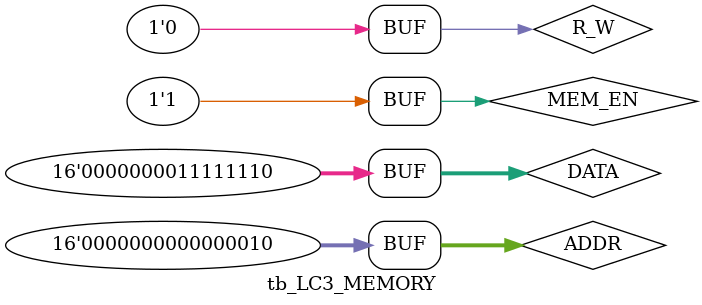
<source format=v>
`timescale 1ns / 1ps
module tb_LC3_MEMORY;
	 reg					CLK;
	 reg	[15:0]		ADDR;
	 reg	[15:0]		DATA;
	 reg					R_W;
	 reg					MEM_EN;
	 
	 wire	[15:0]		MEMout;
	 
initial
	begin
		MEM_EN=1;
		R_W=0;
		ADDR=16'b00000001;
		DATA=16'b10100101;
	end
	
initial
	begin
		#10	R_W=1;
		#10	R_W=0;
				ADDR=16'b00000010;
		#2		DATA=16'b11111110;
		#2		R_W=1;
		#10	R_W=0;
				ADDR=16'b00000001;
		#10	ADDR=16'b00000010;
	end
		
	LC3_MEMORY		tb_mem(
				.clk		(CLK),
		
				.ADDR		(ADDR),
				.DATAin	(DATA),
				.R_W		(R_W),
				.MEM_EN	(MEM_EN),
		
				.MEMout	(MEMout)
			);


endmodule

</source>
